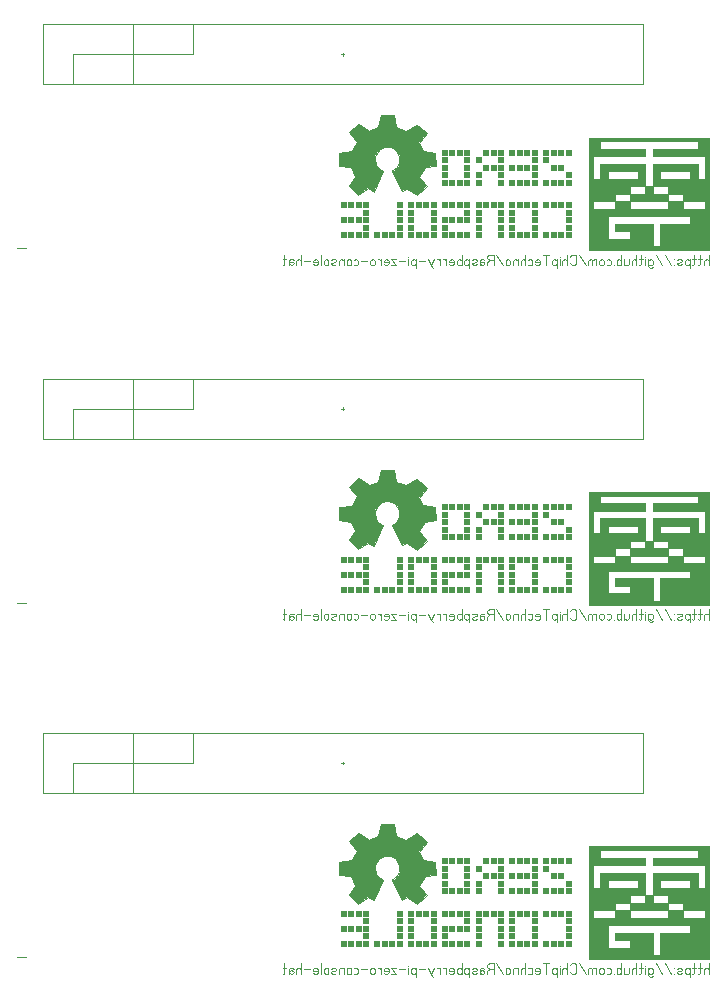
<source format=gbr>
%FSLAX34Y34*%
%MOMM*%
%LNSILK_BOTTOM_*%
G71*
G01*
%ADD10C, 0.10*%
%ADD11C, 0.00*%
%ADD12C, 0.11*%
%ADD13R, 0.50X0.50*%
%LPD*%
G54D10*
X87312Y967184D02*
X595312Y967184D01*
X595312Y916384D01*
X87312Y916384D01*
X87312Y967184D01*
G54D10*
X340122Y941784D02*
X342503Y941784D01*
G54D10*
X341312Y942975D02*
X341312Y940594D01*
G54D11*
X73430Y777434D02*
X65890Y777434D01*
G54D10*
X163512Y967184D02*
X163512Y941784D01*
X214312Y941784D01*
X214312Y967184D01*
G54D10*
X163512Y916384D02*
X163512Y941784D01*
X112712Y941784D01*
X112712Y916384D01*
G54D12*
X651669Y763191D02*
X651669Y772080D01*
G54D12*
X651669Y766746D02*
X651002Y767857D01*
X649669Y768191D01*
X648335Y767857D01*
X647669Y766746D01*
X647669Y763191D01*
G54D12*
X643891Y772080D02*
X643891Y763746D01*
X643225Y763191D01*
X642558Y763413D01*
G54D12*
X645225Y768191D02*
X642558Y768191D01*
G54D12*
X638780Y772080D02*
X638780Y763746D01*
X638114Y763191D01*
X637447Y763413D01*
G54D12*
X640114Y768191D02*
X637447Y768191D01*
G54D12*
X635003Y768191D02*
X635003Y760968D01*
G54D12*
X635003Y764857D02*
X634336Y763413D01*
X633003Y763191D01*
X631669Y763413D01*
X631003Y764524D01*
X631003Y766746D01*
X631669Y767857D01*
X633003Y768191D01*
X634336Y767857D01*
X635003Y766524D01*
G54D12*
X628559Y763746D02*
X627225Y763191D01*
X625892Y763191D01*
X624559Y763746D01*
X624559Y764857D01*
X625225Y765413D01*
X627892Y765968D01*
X628559Y766524D01*
X628559Y767635D01*
X627225Y768191D01*
X625892Y768191D01*
X624559Y767635D01*
G54D12*
X622115Y763191D02*
X622115Y763191D01*
G54D12*
X622115Y768191D02*
X622115Y768191D01*
G54D12*
X619671Y763191D02*
X614337Y772080D01*
G54D12*
X611894Y763191D02*
X606560Y772080D01*
G54D12*
X604117Y761524D02*
X602783Y760968D01*
X601850Y760968D01*
X600517Y761524D01*
X600117Y762635D01*
X600117Y768191D01*
G54D12*
X600117Y766746D02*
X600783Y767857D01*
X602117Y768191D01*
X603450Y767857D01*
X604117Y766746D01*
X604117Y764524D01*
X603450Y763413D01*
X602117Y763191D01*
X600783Y763413D01*
X600117Y764524D01*
G54D12*
X597673Y763191D02*
X597673Y768191D01*
G54D12*
X597673Y769857D02*
X597673Y769857D01*
G54D12*
X593895Y772080D02*
X593895Y763746D01*
X593229Y763191D01*
X592562Y763413D01*
G54D12*
X595229Y768191D02*
X592562Y768191D01*
G54D12*
X590118Y763191D02*
X590118Y772080D01*
G54D12*
X590118Y766746D02*
X589451Y767857D01*
X588118Y768191D01*
X586784Y767857D01*
X586118Y766746D01*
X586118Y763191D01*
G54D12*
X579674Y768191D02*
X579674Y763191D01*
G54D12*
X579674Y764302D02*
X580340Y763413D01*
X581674Y763191D01*
X583007Y763413D01*
X583674Y764302D01*
X583674Y768191D01*
G54D12*
X577230Y763191D02*
X577230Y772080D01*
G54D12*
X577230Y766746D02*
X576563Y767857D01*
X575230Y768191D01*
X573896Y767857D01*
X573230Y766746D01*
X573230Y764524D01*
X573896Y763413D01*
X575230Y763191D01*
X576563Y763413D01*
X577230Y764524D01*
G54D12*
X570786Y763191D02*
X570786Y763191D01*
G54D12*
X565008Y767857D02*
X566342Y768191D01*
X567675Y767857D01*
X568342Y766746D01*
X568342Y764524D01*
X567675Y763413D01*
X566342Y763191D01*
X565008Y763413D01*
G54D12*
X558565Y764524D02*
X558565Y766746D01*
X559231Y767857D01*
X560565Y768191D01*
X561898Y767857D01*
X562565Y766746D01*
X562565Y764524D01*
X561898Y763413D01*
X560565Y763191D01*
X559231Y763413D01*
X558565Y764524D01*
G54D12*
X556121Y763191D02*
X556121Y768191D01*
G54D12*
X556121Y767302D02*
X554787Y768191D01*
X553454Y767857D01*
X552787Y767080D01*
X552787Y763191D01*
G54D12*
X552787Y767302D02*
X551454Y768191D01*
X550121Y767857D01*
X549454Y767080D01*
X549454Y763191D01*
G54D12*
X547010Y763191D02*
X541676Y772080D01*
G54D12*
X533899Y764857D02*
X534566Y763746D01*
X535899Y763191D01*
X537233Y763191D01*
X538566Y763746D01*
X539233Y764857D01*
X539233Y770413D01*
X538566Y771524D01*
X537233Y772080D01*
X535899Y772080D01*
X534566Y771524D01*
X533899Y770413D01*
G54D12*
X531456Y763191D02*
X531456Y772080D01*
G54D12*
X531456Y766746D02*
X530789Y767857D01*
X529456Y768191D01*
X528122Y767857D01*
X527456Y766746D01*
X527456Y763191D01*
G54D12*
X525012Y763191D02*
X525012Y768191D01*
G54D12*
X525012Y769857D02*
X525012Y769857D01*
G54D12*
X522568Y768191D02*
X522568Y760968D01*
G54D12*
X522568Y764857D02*
X521901Y763413D01*
X520568Y763191D01*
X519234Y763413D01*
X518568Y764524D01*
X518568Y766746D01*
X519234Y767857D01*
X520568Y768191D01*
X521901Y767857D01*
X522568Y766524D01*
G54D12*
X513457Y763191D02*
X513457Y772080D01*
G54D12*
X516124Y772080D02*
X510790Y772080D01*
G54D12*
X504347Y763746D02*
X505413Y763191D01*
X506747Y763191D01*
X508080Y763746D01*
X508347Y764857D01*
X508347Y766746D01*
X507680Y767857D01*
X506347Y768191D01*
X505013Y767857D01*
X504347Y767080D01*
X504347Y765968D01*
X508347Y765968D01*
G54D12*
X498569Y767857D02*
X499903Y768191D01*
X501236Y767857D01*
X501903Y766746D01*
X501903Y764524D01*
X501236Y763413D01*
X499903Y763191D01*
X498569Y763413D01*
G54D12*
X496126Y763191D02*
X496126Y772080D01*
G54D12*
X496126Y766746D02*
X495459Y767857D01*
X494126Y768191D01*
X492792Y767857D01*
X492126Y766746D01*
X492126Y763191D01*
G54D12*
X489682Y763191D02*
X489682Y768191D01*
G54D12*
X489682Y767080D02*
X489015Y767857D01*
X487682Y768191D01*
X486348Y767857D01*
X485682Y767080D01*
X485682Y763191D01*
G54D12*
X479238Y764524D02*
X479238Y766746D01*
X479904Y767857D01*
X481238Y768191D01*
X482571Y767857D01*
X483238Y766746D01*
X483238Y764524D01*
X482571Y763413D01*
X481238Y763191D01*
X479904Y763413D01*
X479238Y764524D01*
G54D12*
X476794Y763191D02*
X471460Y772080D01*
G54D12*
X466440Y767635D02*
X464440Y766524D01*
X463773Y765413D01*
X463773Y763191D01*
G54D12*
X469106Y763191D02*
X469106Y772080D01*
X465773Y772080D01*
X464440Y771524D01*
X463773Y770413D01*
X463773Y769302D01*
X464440Y768191D01*
X465773Y767635D01*
X469106Y767635D01*
G54D12*
X461329Y767635D02*
X459996Y768191D01*
X458396Y768191D01*
X457329Y767080D01*
X457329Y763191D01*
G54D12*
X457329Y764857D02*
X457996Y765968D01*
X459329Y766191D01*
X460663Y765968D01*
X461329Y764857D01*
X461063Y763746D01*
X459996Y763191D01*
X459329Y763191D01*
X459063Y763191D01*
X457996Y763746D01*
X457329Y764857D01*
G54D12*
X454885Y763746D02*
X453552Y763191D01*
X452219Y763191D01*
X450885Y763746D01*
X450885Y764857D01*
X451552Y765413D01*
X454219Y765968D01*
X454885Y766524D01*
X454885Y767635D01*
X453552Y768191D01*
X452219Y768191D01*
X450885Y767635D01*
G54D12*
X448441Y768191D02*
X448441Y760968D01*
G54D12*
X448441Y764857D02*
X447775Y763413D01*
X446441Y763191D01*
X445108Y763413D01*
X444441Y764524D01*
X444441Y766746D01*
X445108Y767857D01*
X446441Y768191D01*
X447775Y767857D01*
X448441Y766524D01*
G54D12*
X441997Y763191D02*
X441997Y772080D01*
G54D12*
X441997Y766746D02*
X441331Y767857D01*
X439997Y768191D01*
X438664Y767857D01*
X437997Y766746D01*
X437997Y764524D01*
X438664Y763413D01*
X439997Y763191D01*
X441331Y763413D01*
X441997Y764524D01*
G54D12*
X431553Y763746D02*
X432620Y763191D01*
X433953Y763191D01*
X435287Y763746D01*
X435553Y764857D01*
X435553Y766746D01*
X434887Y767857D01*
X433553Y768191D01*
X432220Y767857D01*
X431553Y767080D01*
X431553Y765968D01*
X435553Y765968D01*
G54D12*
X429109Y763191D02*
X429109Y768191D01*
G54D12*
X429109Y767080D02*
X427776Y768191D01*
X426443Y768191D01*
G54D12*
X423998Y763191D02*
X423998Y768191D01*
G54D12*
X423998Y767080D02*
X422665Y768191D01*
X421332Y768191D01*
G54D12*
X418887Y768191D02*
X416221Y763191D01*
X413554Y768191D01*
G54D12*
X416221Y763191D02*
X416887Y761524D01*
X417554Y760968D01*
X418221Y760968D01*
G54D12*
X411110Y767080D02*
X405777Y767080D01*
G54D12*
X403333Y768191D02*
X403333Y760968D01*
G54D12*
X403333Y764857D02*
X402667Y763413D01*
X401333Y763191D01*
X400000Y763413D01*
X399333Y764524D01*
X399333Y766746D01*
X400000Y767857D01*
X401333Y768191D01*
X402667Y767857D01*
X403333Y766524D01*
G54D12*
X396889Y763191D02*
X396889Y768191D01*
G54D12*
X396889Y769857D02*
X396889Y769857D01*
G54D12*
X394445Y767080D02*
X389112Y767080D01*
G54D12*
X386668Y768191D02*
X382668Y768191D01*
X386668Y763191D01*
X382668Y763191D01*
G54D12*
X376224Y763746D02*
X377291Y763191D01*
X378624Y763191D01*
X379958Y763746D01*
X380224Y764857D01*
X380224Y766746D01*
X379558Y767857D01*
X378224Y768191D01*
X376891Y767857D01*
X376224Y767080D01*
X376224Y765968D01*
X380224Y765968D01*
G54D12*
X373780Y763191D02*
X373780Y768191D01*
G54D12*
X373780Y767080D02*
X372447Y768191D01*
X371114Y768191D01*
G54D12*
X364669Y764524D02*
X364669Y766746D01*
X365336Y767857D01*
X366669Y768191D01*
X368003Y767857D01*
X368669Y766746D01*
X368669Y764524D01*
X368003Y763413D01*
X366669Y763191D01*
X365336Y763413D01*
X364669Y764524D01*
G54D12*
X362225Y767080D02*
X356892Y767080D01*
G54D12*
X351115Y767857D02*
X352448Y768191D01*
X353782Y767857D01*
X354448Y766746D01*
X354448Y764524D01*
X353782Y763413D01*
X352448Y763191D01*
X351115Y763413D01*
G54D12*
X344671Y764524D02*
X344671Y766746D01*
X345338Y767857D01*
X346671Y768191D01*
X348005Y767857D01*
X348671Y766746D01*
X348671Y764524D01*
X348005Y763413D01*
X346671Y763191D01*
X345338Y763413D01*
X344671Y764524D01*
G54D12*
X342227Y763191D02*
X342227Y768191D01*
G54D12*
X342227Y767080D02*
X341561Y767857D01*
X340227Y768191D01*
X338894Y767857D01*
X338227Y767080D01*
X338227Y763191D01*
G54D12*
X335783Y763746D02*
X334450Y763191D01*
X333117Y763191D01*
X331783Y763746D01*
X331783Y764857D01*
X332450Y765413D01*
X335117Y765968D01*
X335783Y766524D01*
X335783Y767635D01*
X334450Y768191D01*
X333117Y768191D01*
X331783Y767635D01*
G54D12*
X325339Y764524D02*
X325339Y766746D01*
X326006Y767857D01*
X327339Y768191D01*
X328673Y767857D01*
X329339Y766746D01*
X329339Y764524D01*
X328673Y763413D01*
X327339Y763191D01*
X326006Y763413D01*
X325339Y764524D01*
G54D12*
X322895Y763191D02*
X322895Y772080D01*
G54D12*
X316451Y763746D02*
X317518Y763191D01*
X318851Y763191D01*
X320185Y763746D01*
X320451Y764857D01*
X320451Y766746D01*
X319785Y767857D01*
X318451Y768191D01*
X317118Y767857D01*
X316451Y767080D01*
X316451Y765968D01*
X320451Y765968D01*
G54D12*
X314007Y767080D02*
X308674Y767080D01*
G54D12*
X306230Y763191D02*
X306230Y772080D01*
G54D12*
X306230Y766746D02*
X305564Y767857D01*
X304230Y768191D01*
X302897Y767857D01*
X302230Y766746D01*
X302230Y763191D01*
G54D12*
X299786Y767635D02*
X298453Y768191D01*
X296853Y768191D01*
X295786Y767080D01*
X295786Y763191D01*
G54D12*
X295786Y764857D02*
X296453Y765968D01*
X297786Y766191D01*
X299120Y765968D01*
X299786Y764857D01*
X299520Y763746D01*
X298453Y763191D01*
X297786Y763191D01*
X297520Y763191D01*
X296453Y763746D01*
X295786Y764857D01*
G54D12*
X292009Y772080D02*
X292009Y763746D01*
X291342Y763191D01*
X290676Y763413D01*
G54D12*
X293342Y768191D02*
X290676Y768191D01*
G36*
X651669Y871141D02*
X550069Y871141D01*
X550069Y855266D01*
X597694Y855266D01*
X597694Y861616D01*
X559594Y861616D01*
X559594Y867966D01*
X642144Y867966D01*
X642144Y861616D01*
X604044Y861616D01*
X604044Y855266D01*
X648494Y855266D01*
X648494Y836216D01*
X604044Y836216D01*
X604044Y829866D01*
X616744Y829866D01*
X616744Y823516D01*
X629444Y823516D01*
X629444Y817166D01*
X648494Y817166D01*
X648494Y810816D01*
X550069Y810816D01*
X550069Y804466D01*
X635794Y804466D01*
X635794Y798116D01*
X610394Y798116D01*
X610394Y779066D01*
X550069Y779066D01*
X550069Y775891D01*
X651669Y775891D01*
X651669Y871141D01*
G37*
G54D10*
X651669Y871141D02*
X550069Y871141D01*
X550069Y855266D01*
X597694Y855266D01*
X597694Y861616D01*
X559594Y861616D01*
X559594Y867966D01*
X642144Y867966D01*
X642144Y861616D01*
X604044Y861616D01*
X604044Y855266D01*
X648494Y855266D01*
X648494Y836216D01*
X604044Y836216D01*
X604044Y829866D01*
X616744Y829866D01*
X616744Y823516D01*
X629444Y823516D01*
X629444Y817166D01*
X648494Y817166D01*
X648494Y810816D01*
X550069Y810816D01*
X550069Y804466D01*
X635794Y804466D01*
X635794Y798116D01*
X610394Y798116D01*
X610394Y779066D01*
X550069Y779066D01*
X550069Y775891D01*
X651669Y775891D01*
X651669Y871141D01*
G36*
X642144Y848916D02*
X604044Y848916D01*
X604044Y836216D01*
X610394Y836216D01*
X610394Y842566D01*
X635794Y842566D01*
X635794Y836216D01*
X642144Y836216D01*
X642144Y848916D01*
G37*
G54D10*
X642144Y848916D02*
X604044Y848916D01*
X604044Y836216D01*
X610394Y836216D01*
X610394Y842566D01*
X635794Y842566D01*
X635794Y836216D01*
X642144Y836216D01*
X642144Y848916D01*
G36*
X597694Y848916D02*
X559594Y848916D01*
X559594Y817166D01*
X565944Y817166D01*
X565944Y842566D01*
X591344Y842566D01*
X591344Y829866D01*
X597694Y829866D01*
X597694Y848916D01*
G37*
G54D10*
X597694Y848916D02*
X559594Y848916D01*
X559594Y817166D01*
X565944Y817166D01*
X565944Y842566D01*
X591344Y842566D01*
X591344Y829866D01*
X597694Y829866D01*
X597694Y848916D01*
G36*
X553244Y855266D02*
X550069Y855266D01*
X550069Y810816D01*
X553244Y810816D01*
X553244Y817166D01*
X559594Y817166D01*
X559594Y836216D01*
X553244Y836216D01*
X553244Y855266D01*
G37*
G54D10*
X553244Y855266D02*
X550069Y855266D01*
X550069Y810816D01*
X553244Y810816D01*
X553244Y817166D01*
X559594Y817166D01*
X559594Y836216D01*
X553244Y836216D01*
X553244Y855266D01*
G36*
X629444Y817166D02*
X616744Y817166D01*
X616744Y810816D01*
X629444Y810816D01*
X629444Y817166D01*
G37*
G54D10*
X629444Y817166D02*
X616744Y817166D01*
X616744Y810816D01*
X629444Y810816D01*
X629444Y817166D01*
G36*
X616744Y823516D02*
X604044Y823516D01*
X604044Y829866D01*
X597694Y829866D01*
X597694Y823516D01*
X584994Y823516D01*
X584994Y817166D01*
X616744Y817166D01*
X616744Y823516D01*
G37*
G54D10*
X616744Y823516D02*
X604044Y823516D01*
X604044Y829866D01*
X597694Y829866D01*
X597694Y823516D01*
X584994Y823516D01*
X584994Y817166D01*
X616744Y817166D01*
X616744Y823516D01*
G36*
X584994Y817166D02*
X572294Y817166D01*
X572294Y810816D01*
X584994Y810816D01*
X584994Y817166D01*
G37*
G54D10*
X584994Y817166D02*
X572294Y817166D01*
X572294Y810816D01*
X584994Y810816D01*
X584994Y817166D01*
G36*
X591344Y836216D02*
X565944Y836216D01*
X565944Y817166D01*
X572294Y817166D01*
X572294Y823516D01*
X584994Y823516D01*
X584994Y829866D01*
X591344Y829866D01*
X591344Y836216D01*
G37*
G54D10*
X591344Y836216D02*
X565944Y836216D01*
X565944Y817166D01*
X572294Y817166D01*
X572294Y823516D01*
X584994Y823516D01*
X584994Y829866D01*
X591344Y829866D01*
X591344Y836216D01*
G36*
X604044Y798116D02*
X572294Y798116D01*
X572294Y791766D01*
X584994Y791766D01*
X584994Y785416D01*
X565944Y785416D01*
X565944Y804466D01*
X550069Y804466D01*
X550069Y779066D01*
X604044Y779066D01*
X604044Y798116D01*
G37*
G54D10*
X604044Y798116D02*
X572294Y798116D01*
X572294Y791766D01*
X584994Y791766D01*
X584994Y785416D01*
X565944Y785416D01*
X565944Y804466D01*
X550069Y804466D01*
X550069Y779066D01*
X604044Y779066D01*
X604044Y798116D01*
X532606Y858441D02*
G54D13*
D03*
X526256Y858441D02*
G54D13*
D03*
X519906Y858441D02*
G54D13*
D03*
X513556Y858441D02*
G54D13*
D03*
X513556Y852091D02*
G54D13*
D03*
X519906Y845741D02*
G54D13*
D03*
X526256Y845741D02*
G54D13*
D03*
X532606Y839391D02*
G54D13*
D03*
X532606Y833041D02*
G54D13*
D03*
X526256Y833041D02*
G54D13*
D03*
X519906Y833041D02*
G54D13*
D03*
X513556Y833041D02*
G54D13*
D03*
X504031Y858441D02*
G54D13*
D03*
X504031Y852091D02*
G54D13*
D03*
X504031Y845741D02*
G54D13*
D03*
X497681Y858441D02*
G54D13*
D03*
X491331Y858441D02*
G54D13*
D03*
X484981Y858441D02*
G54D13*
D03*
X497681Y845741D02*
G54D13*
D03*
X491331Y845741D02*
G54D13*
D03*
X484981Y845741D02*
G54D13*
D03*
X504031Y839391D02*
G54D13*
D03*
X504031Y833041D02*
G54D13*
D03*
X497681Y833041D02*
G54D13*
D03*
X491331Y833041D02*
G54D13*
D03*
X484981Y833041D02*
G54D13*
D03*
X475456Y833041D02*
G54D13*
D03*
X475456Y839391D02*
G54D13*
D03*
X475456Y845741D02*
G54D13*
D03*
X475456Y852091D02*
G54D13*
D03*
X475456Y858441D02*
G54D13*
D03*
X469106Y858441D02*
G54D13*
D03*
X462756Y858441D02*
G54D13*
D03*
X456406Y852091D02*
G54D13*
D03*
X462756Y845741D02*
G54D13*
D03*
X469106Y845741D02*
G54D13*
D03*
X456406Y839391D02*
G54D13*
D03*
X456406Y833041D02*
G54D13*
D03*
X446881Y852091D02*
G54D13*
D03*
X446881Y845741D02*
G54D13*
D03*
X446881Y839391D02*
G54D13*
D03*
X440531Y833041D02*
G54D13*
D03*
X434181Y833041D02*
G54D13*
D03*
X427831Y839391D02*
G54D13*
D03*
X427831Y845741D02*
G54D13*
D03*
X427831Y852091D02*
G54D13*
D03*
X434181Y858441D02*
G54D13*
D03*
X440531Y858441D02*
G54D13*
D03*
X446881Y858441D02*
G54D13*
D03*
X446881Y833041D02*
G54D13*
D03*
X427831Y858441D02*
G54D13*
D03*
X427831Y833041D02*
G54D13*
D03*
X532606Y807641D02*
G54D13*
D03*
X532606Y801291D02*
G54D13*
D03*
X532606Y794941D02*
G54D13*
D03*
X526256Y788591D02*
G54D13*
D03*
X519906Y788591D02*
G54D13*
D03*
X513556Y788591D02*
G54D13*
D03*
X526256Y813991D02*
G54D13*
D03*
X519906Y813991D02*
G54D13*
D03*
X513556Y813991D02*
G54D13*
D03*
X504031Y807641D02*
G54D13*
D03*
X504031Y801291D02*
G54D13*
D03*
X504031Y813991D02*
G54D13*
D03*
X497681Y813991D02*
G54D13*
D03*
X491331Y813991D02*
G54D13*
D03*
X484981Y813991D02*
G54D13*
D03*
X484981Y807641D02*
G54D13*
D03*
X484981Y801291D02*
G54D13*
D03*
X484981Y794941D02*
G54D13*
D03*
X484981Y788591D02*
G54D13*
D03*
X504031Y788591D02*
G54D13*
D03*
X504031Y794941D02*
G54D13*
D03*
X497681Y788591D02*
G54D13*
D03*
X491331Y788591D02*
G54D13*
D03*
X532606Y813991D02*
G54D13*
D03*
X532606Y788591D02*
G54D13*
D03*
X475456Y788591D02*
G54D13*
D03*
X475456Y794941D02*
G54D13*
D03*
X475456Y801291D02*
G54D13*
D03*
X475456Y807641D02*
G54D13*
D03*
X475456Y813991D02*
G54D13*
D03*
X469106Y813991D02*
G54D13*
D03*
X462756Y813991D02*
G54D13*
D03*
X456406Y807641D02*
G54D13*
D03*
X456406Y801291D02*
G54D13*
D03*
X456406Y794941D02*
G54D13*
D03*
X456406Y788591D02*
G54D13*
D03*
X446881Y807641D02*
G54D13*
D03*
X446881Y813991D02*
G54D13*
D03*
X440531Y813991D02*
G54D13*
D03*
X434181Y813991D02*
G54D13*
D03*
X427831Y813991D02*
G54D13*
D03*
X446881Y788591D02*
G54D13*
D03*
X440531Y788591D02*
G54D13*
D03*
X434181Y788591D02*
G54D13*
D03*
X427831Y788591D02*
G54D13*
D03*
X427831Y794941D02*
G54D13*
D03*
X446881Y801291D02*
G54D13*
D03*
X440531Y801291D02*
G54D13*
D03*
X434181Y801291D02*
G54D13*
D03*
X427831Y801291D02*
G54D13*
D03*
X418306Y801291D02*
G54D13*
D03*
X418306Y794941D02*
G54D13*
D03*
X418306Y788591D02*
G54D13*
D03*
X418306Y807641D02*
G54D13*
D03*
X418306Y813991D02*
G54D13*
D03*
X411956Y813991D02*
G54D13*
D03*
X405606Y813991D02*
G54D13*
D03*
X399256Y813991D02*
G54D13*
D03*
X399256Y807641D02*
G54D13*
D03*
X399256Y801291D02*
G54D13*
D03*
X399256Y794941D02*
G54D13*
D03*
X399256Y788591D02*
G54D13*
D03*
X411956Y788591D02*
G54D13*
D03*
X405606Y788591D02*
G54D13*
D03*
X456406Y813991D02*
G54D13*
D03*
X389731Y813991D02*
G54D13*
D03*
X389731Y807641D02*
G54D13*
D03*
X389731Y801291D02*
G54D13*
D03*
X389731Y794941D02*
G54D13*
D03*
X389731Y788591D02*
G54D13*
D03*
X383381Y788591D02*
G54D13*
D03*
X377031Y788591D02*
G54D13*
D03*
X370681Y788591D02*
G54D13*
D03*
X361156Y788591D02*
G54D13*
D03*
X361156Y794941D02*
G54D13*
D03*
X361156Y801291D02*
G54D13*
D03*
X361156Y807641D02*
G54D13*
D03*
X361156Y813991D02*
G54D13*
D03*
X354806Y788591D02*
G54D13*
D03*
X348456Y788591D02*
G54D13*
D03*
X342106Y788591D02*
G54D13*
D03*
X354806Y801291D02*
G54D13*
D03*
X348456Y801291D02*
G54D13*
D03*
X342106Y801291D02*
G54D13*
D03*
X354806Y813991D02*
G54D13*
D03*
X348456Y813991D02*
G54D13*
D03*
X342106Y813991D02*
G54D13*
D03*
G54D10*
X384969Y890191D02*
X373856Y890191D01*
X371475Y879872D01*
X363934Y876697D01*
X354806Y882650D01*
X346869Y875506D01*
X353219Y867569D01*
X349647Y859631D01*
X338534Y858044D01*
X338534Y847328D01*
X348456Y846138D01*
X352028Y837803D01*
X346869Y830262D01*
X354409Y822722D01*
X363141Y828278D01*
X367506Y825500D01*
X375047Y842169D01*
G54D10*
X383778Y842169D02*
X391319Y825897D01*
X395684Y827881D01*
X404019Y822325D01*
X412353Y829866D01*
X406400Y837803D01*
X409972Y846138D01*
X420291Y847328D01*
X419894Y858044D01*
X409178Y860028D01*
X406400Y866378D01*
X412353Y874712D01*
X404416Y882253D01*
X395288Y876697D01*
X386556Y879872D01*
X384969Y890191D01*
G54D10*
G75*
G01X383521Y842853D02*
G03X375316Y842853I-4102J9666D01*
G01*
G36*
X419894Y858044D02*
X409178Y860028D01*
X406400Y866378D01*
X412353Y874712D01*
X404416Y882253D01*
X395288Y876697D01*
X386556Y879872D01*
X384969Y890191D01*
X373856Y890191D01*
X371475Y879872D01*
X363934Y876697D01*
X354806Y882650D01*
X346869Y875506D01*
X353219Y867569D01*
X349647Y859631D01*
X338534Y858044D01*
X338534Y847328D01*
X348456Y846138D01*
X352028Y837803D01*
X346869Y830262D01*
X354409Y822722D01*
X363141Y828278D01*
X367506Y825500D01*
X375444Y842962D01*
X374253Y843359D01*
X373062Y844153D01*
X370681Y846534D01*
X369094Y849709D01*
X368697Y851694D01*
X368697Y853281D01*
X369094Y855662D01*
X370284Y858441D01*
X372666Y861219D01*
X374650Y862409D01*
X376634Y863203D01*
X379016Y863600D01*
X381397Y863203D01*
X384572Y862409D01*
X387350Y860028D01*
X390128Y856059D01*
X390128Y849709D01*
X388938Y847328D01*
X387350Y844947D01*
X384969Y842962D01*
X383381Y842962D01*
X391319Y825897D01*
X395684Y827881D01*
X404019Y822325D01*
X412353Y829866D01*
X406400Y837803D01*
X419894Y858044D01*
G37*
G54D10*
X419894Y858044D02*
X409178Y860028D01*
X406400Y866378D01*
X412353Y874712D01*
X404416Y882253D01*
X395288Y876697D01*
X386556Y879872D01*
X384969Y890191D01*
X373856Y890191D01*
X371475Y879872D01*
X363934Y876697D01*
X354806Y882650D01*
X346869Y875506D01*
X353219Y867569D01*
X349647Y859631D01*
X338534Y858044D01*
X338534Y847328D01*
X348456Y846138D01*
X352028Y837803D01*
X346869Y830262D01*
X354409Y822722D01*
X363141Y828278D01*
X367506Y825500D01*
X375444Y842962D01*
X374253Y843359D01*
X373062Y844153D01*
X370681Y846534D01*
X369094Y849709D01*
X368697Y851694D01*
X368697Y853281D01*
X369094Y855662D01*
X370284Y858441D01*
X372666Y861219D01*
X374650Y862409D01*
X376634Y863203D01*
X379016Y863600D01*
X381397Y863203D01*
X384572Y862409D01*
X387350Y860028D01*
X390128Y856059D01*
X390128Y849709D01*
X388938Y847328D01*
X387350Y844947D01*
X384969Y842962D01*
X383381Y842962D01*
X391319Y825897D01*
X395684Y827881D01*
X404019Y822325D01*
X412353Y829866D01*
X406400Y837803D01*
X419894Y858044D01*
G36*
X419894Y858044D02*
X420291Y847328D01*
X409972Y846138D01*
X419894Y858044D01*
G37*
G54D10*
X419894Y858044D02*
X420291Y847328D01*
X409972Y846138D01*
X419894Y858044D01*
G54D10*
X87312Y667147D02*
X595312Y667147D01*
X595312Y616347D01*
X87312Y616347D01*
X87312Y667147D01*
G54D10*
X340122Y641747D02*
X342503Y641747D01*
G54D10*
X341312Y642938D02*
X341312Y640556D01*
G54D11*
X73430Y477397D02*
X65890Y477397D01*
G54D10*
X163512Y667147D02*
X163512Y641747D01*
X214312Y641747D01*
X214312Y667147D01*
G54D10*
X163512Y616347D02*
X163512Y641747D01*
X112712Y641747D01*
X112712Y616347D01*
G54D12*
X651669Y463153D02*
X651669Y472042D01*
G54D12*
X651669Y466709D02*
X651002Y467820D01*
X649669Y468153D01*
X648335Y467820D01*
X647669Y466709D01*
X647669Y463153D01*
G54D12*
X643891Y472042D02*
X643891Y463709D01*
X643225Y463153D01*
X642558Y463375D01*
G54D12*
X645225Y468153D02*
X642558Y468153D01*
G54D12*
X638780Y472042D02*
X638780Y463709D01*
X638114Y463153D01*
X637447Y463375D01*
G54D12*
X640114Y468153D02*
X637447Y468153D01*
G54D12*
X635003Y468153D02*
X635003Y460931D01*
G54D12*
X635003Y464820D02*
X634336Y463375D01*
X633003Y463153D01*
X631669Y463375D01*
X631003Y464486D01*
X631003Y466709D01*
X631669Y467820D01*
X633003Y468153D01*
X634336Y467820D01*
X635003Y466486D01*
G54D12*
X628559Y463709D02*
X627225Y463153D01*
X625892Y463153D01*
X624559Y463709D01*
X624559Y464820D01*
X625225Y465375D01*
X627892Y465931D01*
X628559Y466486D01*
X628559Y467598D01*
X627225Y468153D01*
X625892Y468153D01*
X624559Y467598D01*
G54D12*
X622115Y463153D02*
X622115Y463153D01*
G54D12*
X622115Y468153D02*
X622115Y468153D01*
G54D12*
X619671Y463153D02*
X614337Y472042D01*
G54D12*
X611894Y463153D02*
X606560Y472042D01*
G54D12*
X604117Y461486D02*
X602783Y460931D01*
X601850Y460931D01*
X600517Y461486D01*
X600117Y462598D01*
X600117Y468153D01*
G54D12*
X600117Y466709D02*
X600783Y467820D01*
X602117Y468153D01*
X603450Y467820D01*
X604117Y466709D01*
X604117Y464486D01*
X603450Y463375D01*
X602117Y463153D01*
X600783Y463375D01*
X600117Y464486D01*
G54D12*
X597673Y463153D02*
X597673Y468153D01*
G54D12*
X597673Y469820D02*
X597673Y469820D01*
G54D12*
X593895Y472042D02*
X593895Y463709D01*
X593229Y463153D01*
X592562Y463375D01*
G54D12*
X595229Y468153D02*
X592562Y468153D01*
G54D12*
X590118Y463153D02*
X590118Y472042D01*
G54D12*
X590118Y466709D02*
X589451Y467820D01*
X588118Y468153D01*
X586784Y467820D01*
X586118Y466709D01*
X586118Y463153D01*
G54D12*
X579674Y468153D02*
X579674Y463153D01*
G54D12*
X579674Y464264D02*
X580340Y463375D01*
X581674Y463153D01*
X583007Y463375D01*
X583674Y464264D01*
X583674Y468153D01*
G54D12*
X577230Y463153D02*
X577230Y472042D01*
G54D12*
X577230Y466709D02*
X576563Y467820D01*
X575230Y468153D01*
X573896Y467820D01*
X573230Y466709D01*
X573230Y464486D01*
X573896Y463375D01*
X575230Y463153D01*
X576563Y463375D01*
X577230Y464486D01*
G54D12*
X570786Y463153D02*
X570786Y463153D01*
G54D12*
X565008Y467820D02*
X566342Y468153D01*
X567675Y467820D01*
X568342Y466709D01*
X568342Y464486D01*
X567675Y463375D01*
X566342Y463153D01*
X565008Y463375D01*
G54D12*
X558565Y464486D02*
X558565Y466709D01*
X559231Y467820D01*
X560565Y468153D01*
X561898Y467820D01*
X562565Y466709D01*
X562565Y464486D01*
X561898Y463375D01*
X560565Y463153D01*
X559231Y463375D01*
X558565Y464486D01*
G54D12*
X556121Y463153D02*
X556121Y468153D01*
G54D12*
X556121Y467264D02*
X554787Y468153D01*
X553454Y467820D01*
X552787Y467042D01*
X552787Y463153D01*
G54D12*
X552787Y467264D02*
X551454Y468153D01*
X550121Y467820D01*
X549454Y467042D01*
X549454Y463153D01*
G54D12*
X547010Y463153D02*
X541676Y472042D01*
G54D12*
X533899Y464820D02*
X534566Y463709D01*
X535899Y463153D01*
X537233Y463153D01*
X538566Y463709D01*
X539233Y464820D01*
X539233Y470375D01*
X538566Y471486D01*
X537233Y472042D01*
X535899Y472042D01*
X534566Y471486D01*
X533899Y470375D01*
G54D12*
X531456Y463153D02*
X531456Y472042D01*
G54D12*
X531456Y466709D02*
X530789Y467820D01*
X529456Y468153D01*
X528122Y467820D01*
X527456Y466709D01*
X527456Y463153D01*
G54D12*
X525012Y463153D02*
X525012Y468153D01*
G54D12*
X525012Y469820D02*
X525012Y469820D01*
G54D12*
X522568Y468153D02*
X522568Y460931D01*
G54D12*
X522568Y464820D02*
X521901Y463375D01*
X520568Y463153D01*
X519234Y463375D01*
X518568Y464486D01*
X518568Y466709D01*
X519234Y467820D01*
X520568Y468153D01*
X521901Y467820D01*
X522568Y466486D01*
G54D12*
X513457Y463153D02*
X513457Y472042D01*
G54D12*
X516124Y472042D02*
X510790Y472042D01*
G54D12*
X504347Y463709D02*
X505413Y463153D01*
X506747Y463153D01*
X508080Y463709D01*
X508347Y464820D01*
X508347Y466709D01*
X507680Y467820D01*
X506347Y468153D01*
X505013Y467820D01*
X504347Y467042D01*
X504347Y465931D01*
X508347Y465931D01*
G54D12*
X498569Y467820D02*
X499903Y468153D01*
X501236Y467820D01*
X501903Y466709D01*
X501903Y464486D01*
X501236Y463375D01*
X499903Y463153D01*
X498569Y463375D01*
G54D12*
X496126Y463153D02*
X496126Y472042D01*
G54D12*
X496126Y466709D02*
X495459Y467820D01*
X494126Y468153D01*
X492792Y467820D01*
X492126Y466709D01*
X492126Y463153D01*
G54D12*
X489682Y463153D02*
X489682Y468153D01*
G54D12*
X489682Y467042D02*
X489015Y467820D01*
X487682Y468153D01*
X486348Y467820D01*
X485682Y467042D01*
X485682Y463153D01*
G54D12*
X479238Y464486D02*
X479238Y466709D01*
X479904Y467820D01*
X481238Y468153D01*
X482571Y467820D01*
X483238Y466709D01*
X483238Y464486D01*
X482571Y463375D01*
X481238Y463153D01*
X479904Y463375D01*
X479238Y464486D01*
G54D12*
X476794Y463153D02*
X471460Y472042D01*
G54D12*
X466440Y467598D02*
X464440Y466486D01*
X463773Y465375D01*
X463773Y463153D01*
G54D12*
X469106Y463153D02*
X469106Y472042D01*
X465773Y472042D01*
X464440Y471486D01*
X463773Y470375D01*
X463773Y469264D01*
X464440Y468153D01*
X465773Y467598D01*
X469106Y467598D01*
G54D12*
X461329Y467598D02*
X459996Y468153D01*
X458396Y468153D01*
X457329Y467042D01*
X457329Y463153D01*
G54D12*
X457329Y464820D02*
X457996Y465931D01*
X459329Y466153D01*
X460663Y465931D01*
X461329Y464820D01*
X461063Y463709D01*
X459996Y463153D01*
X459329Y463153D01*
X459063Y463153D01*
X457996Y463709D01*
X457329Y464820D01*
G54D12*
X454885Y463709D02*
X453552Y463153D01*
X452219Y463153D01*
X450885Y463709D01*
X450885Y464820D01*
X451552Y465375D01*
X454219Y465931D01*
X454885Y466486D01*
X454885Y467598D01*
X453552Y468153D01*
X452219Y468153D01*
X450885Y467598D01*
G54D12*
X448441Y468153D02*
X448441Y460931D01*
G54D12*
X448441Y464820D02*
X447775Y463375D01*
X446441Y463153D01*
X445108Y463375D01*
X444441Y464486D01*
X444441Y466709D01*
X445108Y467820D01*
X446441Y468153D01*
X447775Y467820D01*
X448441Y466486D01*
G54D12*
X441997Y463153D02*
X441997Y472042D01*
G54D12*
X441997Y466709D02*
X441331Y467820D01*
X439997Y468153D01*
X438664Y467820D01*
X437997Y466709D01*
X437997Y464486D01*
X438664Y463375D01*
X439997Y463153D01*
X441331Y463375D01*
X441997Y464486D01*
G54D12*
X431553Y463709D02*
X432620Y463153D01*
X433953Y463153D01*
X435287Y463709D01*
X435553Y464820D01*
X435553Y466709D01*
X434887Y467820D01*
X433553Y468153D01*
X432220Y467820D01*
X431553Y467042D01*
X431553Y465931D01*
X435553Y465931D01*
G54D12*
X429109Y463153D02*
X429109Y468153D01*
G54D12*
X429109Y467042D02*
X427776Y468153D01*
X426443Y468153D01*
G54D12*
X423998Y463153D02*
X423998Y468153D01*
G54D12*
X423998Y467042D02*
X422665Y468153D01*
X421332Y468153D01*
G54D12*
X418887Y468153D02*
X416221Y463153D01*
X413554Y468153D01*
G54D12*
X416221Y463153D02*
X416887Y461486D01*
X417554Y460931D01*
X418221Y460931D01*
G54D12*
X411110Y467042D02*
X405777Y467042D01*
G54D12*
X403333Y468153D02*
X403333Y460931D01*
G54D12*
X403333Y464820D02*
X402667Y463375D01*
X401333Y463153D01*
X400000Y463375D01*
X399333Y464486D01*
X399333Y466709D01*
X400000Y467820D01*
X401333Y468153D01*
X402667Y467820D01*
X403333Y466486D01*
G54D12*
X396889Y463153D02*
X396889Y468153D01*
G54D12*
X396889Y469820D02*
X396889Y469820D01*
G54D12*
X394445Y467042D02*
X389112Y467042D01*
G54D12*
X386668Y468153D02*
X382668Y468153D01*
X386668Y463153D01*
X382668Y463153D01*
G54D12*
X376224Y463709D02*
X377291Y463153D01*
X378624Y463153D01*
X379958Y463709D01*
X380224Y464820D01*
X380224Y466709D01*
X379558Y467820D01*
X378224Y468153D01*
X376891Y467820D01*
X376224Y467042D01*
X376224Y465931D01*
X380224Y465931D01*
G54D12*
X373780Y463153D02*
X373780Y468153D01*
G54D12*
X373780Y467042D02*
X372447Y468153D01*
X371114Y468153D01*
G54D12*
X364669Y464486D02*
X364669Y466709D01*
X365336Y467820D01*
X366669Y468153D01*
X368003Y467820D01*
X368669Y466709D01*
X368669Y464486D01*
X368003Y463375D01*
X366669Y463153D01*
X365336Y463375D01*
X364669Y464486D01*
G54D12*
X362225Y467042D02*
X356892Y467042D01*
G54D12*
X351115Y467820D02*
X352448Y468153D01*
X353782Y467820D01*
X354448Y466709D01*
X354448Y464486D01*
X353782Y463375D01*
X352448Y463153D01*
X351115Y463375D01*
G54D12*
X344671Y464486D02*
X344671Y466709D01*
X345338Y467820D01*
X346671Y468153D01*
X348005Y467820D01*
X348671Y466709D01*
X348671Y464486D01*
X348005Y463375D01*
X346671Y463153D01*
X345338Y463375D01*
X344671Y464486D01*
G54D12*
X342227Y463153D02*
X342227Y468153D01*
G54D12*
X342227Y467042D02*
X341561Y467820D01*
X340227Y468153D01*
X338894Y467820D01*
X338227Y467042D01*
X338227Y463153D01*
G54D12*
X335783Y463709D02*
X334450Y463153D01*
X333117Y463153D01*
X331783Y463709D01*
X331783Y464820D01*
X332450Y465375D01*
X335117Y465931D01*
X335783Y466486D01*
X335783Y467598D01*
X334450Y468153D01*
X333117Y468153D01*
X331783Y467598D01*
G54D12*
X325339Y464486D02*
X325339Y466709D01*
X326006Y467820D01*
X327339Y468153D01*
X328673Y467820D01*
X329339Y466709D01*
X329339Y464486D01*
X328673Y463375D01*
X327339Y463153D01*
X326006Y463375D01*
X325339Y464486D01*
G54D12*
X322895Y463153D02*
X322895Y472042D01*
G54D12*
X316451Y463709D02*
X317518Y463153D01*
X318851Y463153D01*
X320185Y463709D01*
X320451Y464820D01*
X320451Y466709D01*
X319785Y467820D01*
X318451Y468153D01*
X317118Y467820D01*
X316451Y467042D01*
X316451Y465931D01*
X320451Y465931D01*
G54D12*
X314007Y467042D02*
X308674Y467042D01*
G54D12*
X306230Y463153D02*
X306230Y472042D01*
G54D12*
X306230Y466709D02*
X305564Y467820D01*
X304230Y468153D01*
X302897Y467820D01*
X302230Y466709D01*
X302230Y463153D01*
G54D12*
X299786Y467598D02*
X298453Y468153D01*
X296853Y468153D01*
X295786Y467042D01*
X295786Y463153D01*
G54D12*
X295786Y464820D02*
X296453Y465931D01*
X297786Y466153D01*
X299120Y465931D01*
X299786Y464820D01*
X299520Y463709D01*
X298453Y463153D01*
X297786Y463153D01*
X297520Y463153D01*
X296453Y463709D01*
X295786Y464820D01*
G54D12*
X292009Y472042D02*
X292009Y463709D01*
X291342Y463153D01*
X290676Y463375D01*
G54D12*
X293342Y468153D02*
X290676Y468153D01*
G36*
X651669Y571103D02*
X550069Y571103D01*
X550069Y555228D01*
X597694Y555228D01*
X597694Y561578D01*
X559594Y561578D01*
X559594Y567928D01*
X642144Y567928D01*
X642144Y561578D01*
X604044Y561578D01*
X604044Y555228D01*
X648494Y555228D01*
X648494Y536178D01*
X604044Y536178D01*
X604044Y529828D01*
X616744Y529828D01*
X616744Y523478D01*
X629444Y523478D01*
X629444Y517128D01*
X648494Y517128D01*
X648494Y510778D01*
X550069Y510778D01*
X550069Y504428D01*
X635794Y504428D01*
X635794Y498078D01*
X610394Y498078D01*
X610394Y479028D01*
X550069Y479028D01*
X550069Y475853D01*
X651669Y475853D01*
X651669Y571103D01*
G37*
G54D10*
X651669Y571103D02*
X550069Y571103D01*
X550069Y555228D01*
X597694Y555228D01*
X597694Y561578D01*
X559594Y561578D01*
X559594Y567928D01*
X642144Y567928D01*
X642144Y561578D01*
X604044Y561578D01*
X604044Y555228D01*
X648494Y555228D01*
X648494Y536178D01*
X604044Y536178D01*
X604044Y529828D01*
X616744Y529828D01*
X616744Y523478D01*
X629444Y523478D01*
X629444Y517128D01*
X648494Y517128D01*
X648494Y510778D01*
X550069Y510778D01*
X550069Y504428D01*
X635794Y504428D01*
X635794Y498078D01*
X610394Y498078D01*
X610394Y479028D01*
X550069Y479028D01*
X550069Y475853D01*
X651669Y475853D01*
X651669Y571103D01*
G36*
X642144Y548878D02*
X604044Y548878D01*
X604044Y536178D01*
X610394Y536178D01*
X610394Y542528D01*
X635794Y542528D01*
X635794Y536178D01*
X642144Y536178D01*
X642144Y548878D01*
G37*
G54D10*
X642144Y548878D02*
X604044Y548878D01*
X604044Y536178D01*
X610394Y536178D01*
X610394Y542528D01*
X635794Y542528D01*
X635794Y536178D01*
X642144Y536178D01*
X642144Y548878D01*
G36*
X597694Y548878D02*
X559594Y548878D01*
X559594Y517128D01*
X565944Y517128D01*
X565944Y542528D01*
X591344Y542528D01*
X591344Y529828D01*
X597694Y529828D01*
X597694Y548878D01*
G37*
G54D10*
X597694Y548878D02*
X559594Y548878D01*
X559594Y517128D01*
X565944Y517128D01*
X565944Y542528D01*
X591344Y542528D01*
X591344Y529828D01*
X597694Y529828D01*
X597694Y548878D01*
G36*
X553244Y555228D02*
X550069Y555228D01*
X550069Y510778D01*
X553244Y510778D01*
X553244Y517128D01*
X559594Y517128D01*
X559594Y536178D01*
X553244Y536178D01*
X553244Y555228D01*
G37*
G54D10*
X553244Y555228D02*
X550069Y555228D01*
X550069Y510778D01*
X553244Y510778D01*
X553244Y517128D01*
X559594Y517128D01*
X559594Y536178D01*
X553244Y536178D01*
X553244Y555228D01*
G36*
X629444Y517128D02*
X616744Y517128D01*
X616744Y510778D01*
X629444Y510778D01*
X629444Y517128D01*
G37*
G54D10*
X629444Y517128D02*
X616744Y517128D01*
X616744Y510778D01*
X629444Y510778D01*
X629444Y517128D01*
G36*
X616744Y523478D02*
X604044Y523478D01*
X604044Y529828D01*
X597694Y529828D01*
X597694Y523478D01*
X584994Y523478D01*
X584994Y517128D01*
X616744Y517128D01*
X616744Y523478D01*
G37*
G54D10*
X616744Y523478D02*
X604044Y523478D01*
X604044Y529828D01*
X597694Y529828D01*
X597694Y523478D01*
X584994Y523478D01*
X584994Y517128D01*
X616744Y517128D01*
X616744Y523478D01*
G36*
X584994Y517128D02*
X572294Y517128D01*
X572294Y510778D01*
X584994Y510778D01*
X584994Y517128D01*
G37*
G54D10*
X584994Y517128D02*
X572294Y517128D01*
X572294Y510778D01*
X584994Y510778D01*
X584994Y517128D01*
G36*
X591344Y536178D02*
X565944Y536178D01*
X565944Y517128D01*
X572294Y517128D01*
X572294Y523478D01*
X584994Y523478D01*
X584994Y529828D01*
X591344Y529828D01*
X591344Y536178D01*
G37*
G54D10*
X591344Y536178D02*
X565944Y536178D01*
X565944Y517128D01*
X572294Y517128D01*
X572294Y523478D01*
X584994Y523478D01*
X584994Y529828D01*
X591344Y529828D01*
X591344Y536178D01*
G36*
X604044Y498078D02*
X572294Y498078D01*
X572294Y491728D01*
X584994Y491728D01*
X584994Y485378D01*
X565944Y485378D01*
X565944Y504428D01*
X550069Y504428D01*
X550069Y479028D01*
X604044Y479028D01*
X604044Y498078D01*
G37*
G54D10*
X604044Y498078D02*
X572294Y498078D01*
X572294Y491728D01*
X584994Y491728D01*
X584994Y485378D01*
X565944Y485378D01*
X565944Y504428D01*
X550069Y504428D01*
X550069Y479028D01*
X604044Y479028D01*
X604044Y498078D01*
X532606Y558403D02*
G54D13*
D03*
X526256Y558403D02*
G54D13*
D03*
X519906Y558403D02*
G54D13*
D03*
X513556Y558403D02*
G54D13*
D03*
X513556Y552053D02*
G54D13*
D03*
X519906Y545703D02*
G54D13*
D03*
X526256Y545703D02*
G54D13*
D03*
X532606Y539353D02*
G54D13*
D03*
X532606Y533003D02*
G54D13*
D03*
X526256Y533003D02*
G54D13*
D03*
X519906Y533003D02*
G54D13*
D03*
X513556Y533003D02*
G54D13*
D03*
X504031Y558403D02*
G54D13*
D03*
X504031Y552053D02*
G54D13*
D03*
X504031Y545703D02*
G54D13*
D03*
X497681Y558403D02*
G54D13*
D03*
X491331Y558403D02*
G54D13*
D03*
X484981Y558403D02*
G54D13*
D03*
X497681Y545703D02*
G54D13*
D03*
X491331Y545703D02*
G54D13*
D03*
X484981Y545703D02*
G54D13*
D03*
X504031Y539353D02*
G54D13*
D03*
X504031Y533003D02*
G54D13*
D03*
X497681Y533003D02*
G54D13*
D03*
X491331Y533003D02*
G54D13*
D03*
X484981Y533003D02*
G54D13*
D03*
X475456Y533003D02*
G54D13*
D03*
X475456Y539353D02*
G54D13*
D03*
X475456Y545703D02*
G54D13*
D03*
X475456Y552053D02*
G54D13*
D03*
X475456Y558403D02*
G54D13*
D03*
X469106Y558403D02*
G54D13*
D03*
X462756Y558403D02*
G54D13*
D03*
X456406Y552053D02*
G54D13*
D03*
X462756Y545703D02*
G54D13*
D03*
X469106Y545703D02*
G54D13*
D03*
X456406Y539353D02*
G54D13*
D03*
X456406Y533003D02*
G54D13*
D03*
X446881Y552053D02*
G54D13*
D03*
X446881Y545703D02*
G54D13*
D03*
X446881Y539353D02*
G54D13*
D03*
X440531Y533003D02*
G54D13*
D03*
X434181Y533003D02*
G54D13*
D03*
X427831Y539353D02*
G54D13*
D03*
X427831Y545703D02*
G54D13*
D03*
X427831Y552053D02*
G54D13*
D03*
X434181Y558403D02*
G54D13*
D03*
X440531Y558403D02*
G54D13*
D03*
X446881Y558403D02*
G54D13*
D03*
X446881Y533003D02*
G54D13*
D03*
X427831Y558403D02*
G54D13*
D03*
X427831Y533003D02*
G54D13*
D03*
X532606Y507603D02*
G54D13*
D03*
X532606Y501253D02*
G54D13*
D03*
X532606Y494903D02*
G54D13*
D03*
X526256Y488553D02*
G54D13*
D03*
X519906Y488553D02*
G54D13*
D03*
X513556Y488553D02*
G54D13*
D03*
X526256Y513953D02*
G54D13*
D03*
X519906Y513953D02*
G54D13*
D03*
X513556Y513953D02*
G54D13*
D03*
X504031Y507603D02*
G54D13*
D03*
X504031Y501253D02*
G54D13*
D03*
X504031Y513953D02*
G54D13*
D03*
X497681Y513953D02*
G54D13*
D03*
X491331Y513953D02*
G54D13*
D03*
X484981Y513953D02*
G54D13*
D03*
X484981Y507603D02*
G54D13*
D03*
X484981Y501253D02*
G54D13*
D03*
X484981Y494903D02*
G54D13*
D03*
X484981Y488553D02*
G54D13*
D03*
X504031Y488553D02*
G54D13*
D03*
X504031Y494903D02*
G54D13*
D03*
X497681Y488553D02*
G54D13*
D03*
X491331Y488553D02*
G54D13*
D03*
X532606Y513953D02*
G54D13*
D03*
X532606Y488553D02*
G54D13*
D03*
X475456Y488553D02*
G54D13*
D03*
X475456Y494903D02*
G54D13*
D03*
X475456Y501253D02*
G54D13*
D03*
X475456Y507603D02*
G54D13*
D03*
X475456Y513953D02*
G54D13*
D03*
X469106Y513953D02*
G54D13*
D03*
X462756Y513953D02*
G54D13*
D03*
X456406Y507603D02*
G54D13*
D03*
X456406Y501253D02*
G54D13*
D03*
X456406Y494903D02*
G54D13*
D03*
X456406Y488553D02*
G54D13*
D03*
X446881Y507603D02*
G54D13*
D03*
X446881Y513953D02*
G54D13*
D03*
X440531Y513953D02*
G54D13*
D03*
X434181Y513953D02*
G54D13*
D03*
X427831Y513953D02*
G54D13*
D03*
X446881Y488553D02*
G54D13*
D03*
X440531Y488553D02*
G54D13*
D03*
X434181Y488553D02*
G54D13*
D03*
X427831Y488553D02*
G54D13*
D03*
X427831Y494903D02*
G54D13*
D03*
X446881Y501253D02*
G54D13*
D03*
X440531Y501253D02*
G54D13*
D03*
X434181Y501253D02*
G54D13*
D03*
X427831Y501253D02*
G54D13*
D03*
X418306Y501253D02*
G54D13*
D03*
X418306Y494903D02*
G54D13*
D03*
X418306Y488553D02*
G54D13*
D03*
X418306Y507603D02*
G54D13*
D03*
X418306Y513953D02*
G54D13*
D03*
X411956Y513953D02*
G54D13*
D03*
X405606Y513953D02*
G54D13*
D03*
X399256Y513953D02*
G54D13*
D03*
X399256Y507603D02*
G54D13*
D03*
X399256Y501253D02*
G54D13*
D03*
X399256Y494903D02*
G54D13*
D03*
X399256Y488553D02*
G54D13*
D03*
X411956Y488553D02*
G54D13*
D03*
X405606Y488553D02*
G54D13*
D03*
X456406Y513953D02*
G54D13*
D03*
X389731Y513953D02*
G54D13*
D03*
X389731Y507603D02*
G54D13*
D03*
X389731Y501253D02*
G54D13*
D03*
X389731Y494903D02*
G54D13*
D03*
X389731Y488553D02*
G54D13*
D03*
X383381Y488553D02*
G54D13*
D03*
X377031Y488553D02*
G54D13*
D03*
X370681Y488553D02*
G54D13*
D03*
X361156Y488553D02*
G54D13*
D03*
X361156Y494903D02*
G54D13*
D03*
X361156Y501253D02*
G54D13*
D03*
X361156Y507603D02*
G54D13*
D03*
X361156Y513953D02*
G54D13*
D03*
X354806Y488553D02*
G54D13*
D03*
X348456Y488553D02*
G54D13*
D03*
X342106Y488553D02*
G54D13*
D03*
X354806Y501253D02*
G54D13*
D03*
X348456Y501253D02*
G54D13*
D03*
X342106Y501253D02*
G54D13*
D03*
X354806Y513953D02*
G54D13*
D03*
X348456Y513953D02*
G54D13*
D03*
X342106Y513953D02*
G54D13*
D03*
G54D10*
X384969Y590153D02*
X373856Y590153D01*
X371475Y579834D01*
X363934Y576659D01*
X354806Y582612D01*
X346869Y575469D01*
X353219Y567531D01*
X349647Y559594D01*
X338534Y558006D01*
X338534Y547291D01*
X348456Y546100D01*
X352028Y537766D01*
X346869Y530225D01*
X354409Y522684D01*
X363141Y528241D01*
X367506Y525462D01*
X375047Y542131D01*
G54D10*
X383778Y542131D02*
X391319Y525859D01*
X395684Y527844D01*
X404019Y522288D01*
X412353Y529828D01*
X406400Y537766D01*
X409972Y546100D01*
X420291Y547291D01*
X419894Y558006D01*
X409178Y559991D01*
X406400Y566341D01*
X412353Y574675D01*
X404416Y582216D01*
X395288Y576659D01*
X386556Y579834D01*
X384969Y590153D01*
G54D10*
G75*
G01X383521Y542816D02*
G03X375316Y542816I-4102J9665D01*
G01*
G36*
X419894Y558006D02*
X409178Y559991D01*
X406400Y566341D01*
X412353Y574675D01*
X404416Y582216D01*
X395288Y576659D01*
X386556Y579834D01*
X384969Y590153D01*
X373856Y590153D01*
X371475Y579834D01*
X363934Y576659D01*
X354806Y582612D01*
X346869Y575469D01*
X353219Y567531D01*
X349647Y559594D01*
X338534Y558006D01*
X338534Y547291D01*
X348456Y546100D01*
X352028Y537766D01*
X346869Y530225D01*
X354409Y522684D01*
X363141Y528241D01*
X367506Y525462D01*
X375444Y542925D01*
X374253Y543322D01*
X373062Y544116D01*
X370681Y546497D01*
X369094Y549672D01*
X368697Y551656D01*
X368697Y553244D01*
X369094Y555625D01*
X370284Y558403D01*
X372666Y561181D01*
X374650Y562372D01*
X376634Y563166D01*
X379016Y563562D01*
X381397Y563166D01*
X384572Y562372D01*
X387350Y559991D01*
X390128Y556022D01*
X390128Y549672D01*
X388938Y547291D01*
X387350Y544909D01*
X384969Y542925D01*
X383381Y542925D01*
X391319Y525859D01*
X395684Y527844D01*
X404019Y522288D01*
X412353Y529828D01*
X406400Y537766D01*
X419894Y558006D01*
G37*
G54D10*
X419894Y558006D02*
X409178Y559991D01*
X406400Y566341D01*
X412353Y574675D01*
X404416Y582216D01*
X395288Y576659D01*
X386556Y579834D01*
X384969Y590153D01*
X373856Y590153D01*
X371475Y579834D01*
X363934Y576659D01*
X354806Y582612D01*
X346869Y575469D01*
X353219Y567531D01*
X349647Y559594D01*
X338534Y558006D01*
X338534Y547291D01*
X348456Y546100D01*
X352028Y537766D01*
X346869Y530225D01*
X354409Y522684D01*
X363141Y528241D01*
X367506Y525462D01*
X375444Y542925D01*
X374253Y543322D01*
X373062Y544116D01*
X370681Y546497D01*
X369094Y549672D01*
X368697Y551656D01*
X368697Y553244D01*
X369094Y555625D01*
X370284Y558403D01*
X372666Y561181D01*
X374650Y562372D01*
X376634Y563166D01*
X379016Y563562D01*
X381397Y563166D01*
X384572Y562372D01*
X387350Y559991D01*
X390128Y556022D01*
X390128Y549672D01*
X388938Y547291D01*
X387350Y544909D01*
X384969Y542925D01*
X383381Y542925D01*
X391319Y525859D01*
X395684Y527844D01*
X404019Y522288D01*
X412353Y529828D01*
X406400Y537766D01*
X419894Y558006D01*
G36*
X419894Y558006D02*
X420291Y547291D01*
X409972Y546100D01*
X419894Y558006D01*
G37*
G54D10*
X419894Y558006D02*
X420291Y547291D01*
X409972Y546100D01*
X419894Y558006D01*
G54D10*
X87312Y367109D02*
X595312Y367109D01*
X595312Y316309D01*
X87312Y316309D01*
X87312Y367109D01*
G54D10*
X340122Y341709D02*
X342503Y341709D01*
G54D10*
X341312Y342900D02*
X341312Y340519D01*
G54D11*
X73430Y177359D02*
X65890Y177359D01*
G54D10*
X163512Y367109D02*
X163512Y341709D01*
X214312Y341709D01*
X214312Y367109D01*
G54D10*
X163512Y316309D02*
X163512Y341709D01*
X112712Y341709D01*
X112712Y316309D01*
G54D12*
X651669Y163116D02*
X651669Y172004D01*
G54D12*
X651669Y166671D02*
X651002Y167782D01*
X649669Y168116D01*
X648335Y167782D01*
X647669Y166671D01*
X647669Y163116D01*
G54D12*
X643891Y172004D02*
X643891Y163671D01*
X643225Y163116D01*
X642558Y163338D01*
G54D12*
X645225Y168116D02*
X642558Y168116D01*
G54D12*
X638780Y172004D02*
X638780Y163671D01*
X638114Y163116D01*
X637447Y163338D01*
G54D12*
X640114Y168116D02*
X637447Y168116D01*
G54D12*
X635003Y168116D02*
X635003Y160893D01*
G54D12*
X635003Y164782D02*
X634336Y163338D01*
X633003Y163116D01*
X631669Y163338D01*
X631003Y164449D01*
X631003Y166671D01*
X631669Y167782D01*
X633003Y168116D01*
X634336Y167782D01*
X635003Y166449D01*
G54D12*
X628559Y163671D02*
X627225Y163116D01*
X625892Y163116D01*
X624559Y163671D01*
X624559Y164782D01*
X625225Y165338D01*
X627892Y165893D01*
X628559Y166449D01*
X628559Y167560D01*
X627225Y168116D01*
X625892Y168116D01*
X624559Y167560D01*
G54D12*
X622115Y163116D02*
X622115Y163116D01*
G54D12*
X622115Y168116D02*
X622115Y168116D01*
G54D12*
X619671Y163116D02*
X614337Y172004D01*
G54D12*
X611894Y163116D02*
X606560Y172004D01*
G54D12*
X604117Y161449D02*
X602783Y160893D01*
X601850Y160893D01*
X600517Y161449D01*
X600117Y162560D01*
X600117Y168116D01*
G54D12*
X600117Y166671D02*
X600783Y167782D01*
X602117Y168116D01*
X603450Y167782D01*
X604117Y166671D01*
X604117Y164449D01*
X603450Y163338D01*
X602117Y163116D01*
X600783Y163338D01*
X600117Y164449D01*
G54D12*
X597673Y163116D02*
X597673Y168116D01*
G54D12*
X597673Y169782D02*
X597673Y169782D01*
G54D12*
X593895Y172004D02*
X593895Y163671D01*
X593229Y163116D01*
X592562Y163338D01*
G54D12*
X595229Y168116D02*
X592562Y168116D01*
G54D12*
X590118Y163116D02*
X590118Y172004D01*
G54D12*
X590118Y166671D02*
X589451Y167782D01*
X588118Y168116D01*
X586784Y167782D01*
X586118Y166671D01*
X586118Y163116D01*
G54D12*
X579674Y168116D02*
X579674Y163116D01*
G54D12*
X579674Y164227D02*
X580340Y163338D01*
X581674Y163116D01*
X583007Y163338D01*
X583674Y164227D01*
X583674Y168116D01*
G54D12*
X577230Y163116D02*
X577230Y172004D01*
G54D12*
X577230Y166671D02*
X576563Y167782D01*
X575230Y168116D01*
X573896Y167782D01*
X573230Y166671D01*
X573230Y164449D01*
X573896Y163338D01*
X575230Y163116D01*
X576563Y163338D01*
X577230Y164449D01*
G54D12*
X570786Y163116D02*
X570786Y163116D01*
G54D12*
X565008Y167782D02*
X566342Y168116D01*
X567675Y167782D01*
X568342Y166671D01*
X568342Y164449D01*
X567675Y163338D01*
X566342Y163116D01*
X565008Y163338D01*
G54D12*
X558565Y164449D02*
X558565Y166671D01*
X559231Y167782D01*
X560565Y168116D01*
X561898Y167782D01*
X562565Y166671D01*
X562565Y164449D01*
X561898Y163338D01*
X560565Y163116D01*
X559231Y163338D01*
X558565Y164449D01*
G54D12*
X556121Y163116D02*
X556121Y168116D01*
G54D12*
X556121Y167227D02*
X554787Y168116D01*
X553454Y167782D01*
X552787Y167004D01*
X552787Y163116D01*
G54D12*
X552787Y167227D02*
X551454Y168116D01*
X550121Y167782D01*
X549454Y167004D01*
X549454Y163116D01*
G54D12*
X547010Y163116D02*
X541676Y172004D01*
G54D12*
X533899Y164782D02*
X534566Y163671D01*
X535899Y163116D01*
X537233Y163116D01*
X538566Y163671D01*
X539233Y164782D01*
X539233Y170338D01*
X538566Y171449D01*
X537233Y172004D01*
X535899Y172004D01*
X534566Y171449D01*
X533899Y170338D01*
G54D12*
X531456Y163116D02*
X531456Y172004D01*
G54D12*
X531456Y166671D02*
X530789Y167782D01*
X529456Y168116D01*
X528122Y167782D01*
X527456Y166671D01*
X527456Y163116D01*
G54D12*
X525012Y163116D02*
X525012Y168116D01*
G54D12*
X525012Y169782D02*
X525012Y169782D01*
G54D12*
X522568Y168116D02*
X522568Y160893D01*
G54D12*
X522568Y164782D02*
X521901Y163338D01*
X520568Y163116D01*
X519234Y163338D01*
X518568Y164449D01*
X518568Y166671D01*
X519234Y167782D01*
X520568Y168116D01*
X521901Y167782D01*
X522568Y166449D01*
G54D12*
X513457Y163116D02*
X513457Y172004D01*
G54D12*
X516124Y172004D02*
X510790Y172004D01*
G54D12*
X504347Y163671D02*
X505413Y163116D01*
X506747Y163116D01*
X508080Y163671D01*
X508347Y164782D01*
X508347Y166671D01*
X507680Y167782D01*
X506347Y168116D01*
X505013Y167782D01*
X504347Y167004D01*
X504347Y165893D01*
X508347Y165893D01*
G54D12*
X498569Y167782D02*
X499903Y168116D01*
X501236Y167782D01*
X501903Y166671D01*
X501903Y164449D01*
X501236Y163338D01*
X499903Y163116D01*
X498569Y163338D01*
G54D12*
X496126Y163116D02*
X496126Y172004D01*
G54D12*
X496126Y166671D02*
X495459Y167782D01*
X494126Y168116D01*
X492792Y167782D01*
X492126Y166671D01*
X492126Y163116D01*
G54D12*
X489682Y163116D02*
X489682Y168116D01*
G54D12*
X489682Y167004D02*
X489015Y167782D01*
X487682Y168116D01*
X486348Y167782D01*
X485682Y167004D01*
X485682Y163116D01*
G54D12*
X479238Y164449D02*
X479238Y166671D01*
X479904Y167782D01*
X481238Y168116D01*
X482571Y167782D01*
X483238Y166671D01*
X483238Y164449D01*
X482571Y163338D01*
X481238Y163116D01*
X479904Y163338D01*
X479238Y164449D01*
G54D12*
X476794Y163116D02*
X471460Y172004D01*
G54D12*
X466440Y167560D02*
X464440Y166449D01*
X463773Y165338D01*
X463773Y163116D01*
G54D12*
X469106Y163116D02*
X469106Y172004D01*
X465773Y172004D01*
X464440Y171449D01*
X463773Y170338D01*
X463773Y169227D01*
X464440Y168116D01*
X465773Y167560D01*
X469106Y167560D01*
G54D12*
X461329Y167560D02*
X459996Y168116D01*
X458396Y168116D01*
X457329Y167004D01*
X457329Y163116D01*
G54D12*
X457329Y164782D02*
X457996Y165893D01*
X459329Y166116D01*
X460663Y165893D01*
X461329Y164782D01*
X461063Y163671D01*
X459996Y163116D01*
X459329Y163116D01*
X459063Y163116D01*
X457996Y163671D01*
X457329Y164782D01*
G54D12*
X454885Y163671D02*
X453552Y163116D01*
X452219Y163116D01*
X450885Y163671D01*
X450885Y164782D01*
X451552Y165338D01*
X454219Y165893D01*
X454885Y166449D01*
X454885Y167560D01*
X453552Y168116D01*
X452219Y168116D01*
X450885Y167560D01*
G54D12*
X448441Y168116D02*
X448441Y160893D01*
G54D12*
X448441Y164782D02*
X447775Y163338D01*
X446441Y163116D01*
X445108Y163338D01*
X444441Y164449D01*
X444441Y166671D01*
X445108Y167782D01*
X446441Y168116D01*
X447775Y167782D01*
X448441Y166449D01*
G54D12*
X441997Y163116D02*
X441997Y172004D01*
G54D12*
X441997Y166671D02*
X441331Y167782D01*
X439997Y168116D01*
X438664Y167782D01*
X437997Y166671D01*
X437997Y164449D01*
X438664Y163338D01*
X439997Y163116D01*
X441331Y163338D01*
X441997Y164449D01*
G54D12*
X431553Y163671D02*
X432620Y163116D01*
X433953Y163116D01*
X435287Y163671D01*
X435553Y164782D01*
X435553Y166671D01*
X434887Y167782D01*
X433553Y168116D01*
X432220Y167782D01*
X431553Y167004D01*
X431553Y165893D01*
X435553Y165893D01*
G54D12*
X429109Y163116D02*
X429109Y168116D01*
G54D12*
X429109Y167004D02*
X427776Y168116D01*
X426443Y168116D01*
G54D12*
X423998Y163116D02*
X423998Y168116D01*
G54D12*
X423998Y167004D02*
X422665Y168116D01*
X421332Y168116D01*
G54D12*
X418887Y168116D02*
X416221Y163116D01*
X413554Y168116D01*
G54D12*
X416221Y163116D02*
X416887Y161449D01*
X417554Y160893D01*
X418221Y160893D01*
G54D12*
X411110Y167004D02*
X405777Y167004D01*
G54D12*
X403333Y168116D02*
X403333Y160893D01*
G54D12*
X403333Y164782D02*
X402667Y163338D01*
X401333Y163116D01*
X400000Y163338D01*
X399333Y164449D01*
X399333Y166671D01*
X400000Y167782D01*
X401333Y168116D01*
X402667Y167782D01*
X403333Y166449D01*
G54D12*
X396889Y163116D02*
X396889Y168116D01*
G54D12*
X396889Y169782D02*
X396889Y169782D01*
G54D12*
X394445Y167004D02*
X389112Y167004D01*
G54D12*
X386668Y168116D02*
X382668Y168116D01*
X386668Y163116D01*
X382668Y163116D01*
G54D12*
X376224Y163671D02*
X377291Y163116D01*
X378624Y163116D01*
X379958Y163671D01*
X380224Y164782D01*
X380224Y166671D01*
X379558Y167782D01*
X378224Y168116D01*
X376891Y167782D01*
X376224Y167004D01*
X376224Y165893D01*
X380224Y165893D01*
G54D12*
X373780Y163116D02*
X373780Y168116D01*
G54D12*
X373780Y167004D02*
X372447Y168116D01*
X371114Y168116D01*
G54D12*
X364669Y164449D02*
X364669Y166671D01*
X365336Y167782D01*
X366669Y168116D01*
X368003Y167782D01*
X368669Y166671D01*
X368669Y164449D01*
X368003Y163338D01*
X366669Y163116D01*
X365336Y163338D01*
X364669Y164449D01*
G54D12*
X362225Y167004D02*
X356892Y167004D01*
G54D12*
X351115Y167782D02*
X352448Y168116D01*
X353782Y167782D01*
X354448Y166671D01*
X354448Y164449D01*
X353782Y163338D01*
X352448Y163116D01*
X351115Y163338D01*
G54D12*
X344671Y164449D02*
X344671Y166671D01*
X345338Y167782D01*
X346671Y168116D01*
X348005Y167782D01*
X348671Y166671D01*
X348671Y164449D01*
X348005Y163338D01*
X346671Y163116D01*
X345338Y163338D01*
X344671Y164449D01*
G54D12*
X342227Y163116D02*
X342227Y168116D01*
G54D12*
X342227Y167004D02*
X341561Y167782D01*
X340227Y168116D01*
X338894Y167782D01*
X338227Y167004D01*
X338227Y163116D01*
G54D12*
X335783Y163671D02*
X334450Y163116D01*
X333117Y163116D01*
X331783Y163671D01*
X331783Y164782D01*
X332450Y165338D01*
X335117Y165893D01*
X335783Y166449D01*
X335783Y167560D01*
X334450Y168116D01*
X333117Y168116D01*
X331783Y167560D01*
G54D12*
X325339Y164449D02*
X325339Y166671D01*
X326006Y167782D01*
X327339Y168116D01*
X328673Y167782D01*
X329339Y166671D01*
X329339Y164449D01*
X328673Y163338D01*
X327339Y163116D01*
X326006Y163338D01*
X325339Y164449D01*
G54D12*
X322895Y163116D02*
X322895Y172004D01*
G54D12*
X316451Y163671D02*
X317518Y163116D01*
X318851Y163116D01*
X320185Y163671D01*
X320451Y164782D01*
X320451Y166671D01*
X319785Y167782D01*
X318451Y168116D01*
X317118Y167782D01*
X316451Y167004D01*
X316451Y165893D01*
X320451Y165893D01*
G54D12*
X314007Y167004D02*
X308674Y167004D01*
G54D12*
X306230Y163116D02*
X306230Y172004D01*
G54D12*
X306230Y166671D02*
X305564Y167782D01*
X304230Y168116D01*
X302897Y167782D01*
X302230Y166671D01*
X302230Y163116D01*
G54D12*
X299786Y167560D02*
X298453Y168116D01*
X296853Y168116D01*
X295786Y167004D01*
X295786Y163116D01*
G54D12*
X295786Y164782D02*
X296453Y165893D01*
X297786Y166116D01*
X299120Y165893D01*
X299786Y164782D01*
X299520Y163671D01*
X298453Y163116D01*
X297786Y163116D01*
X297520Y163116D01*
X296453Y163671D01*
X295786Y164782D01*
G54D12*
X292009Y172004D02*
X292009Y163671D01*
X291342Y163116D01*
X290676Y163338D01*
G54D12*
X293342Y168116D02*
X290676Y168116D01*
G36*
X651669Y271066D02*
X550069Y271066D01*
X550069Y255191D01*
X597694Y255191D01*
X597694Y261541D01*
X559594Y261541D01*
X559594Y267891D01*
X642144Y267891D01*
X642144Y261541D01*
X604044Y261541D01*
X604044Y255191D01*
X648494Y255191D01*
X648494Y236141D01*
X604044Y236141D01*
X604044Y229791D01*
X616744Y229791D01*
X616744Y223441D01*
X629444Y223441D01*
X629444Y217091D01*
X648494Y217091D01*
X648494Y210741D01*
X550069Y210741D01*
X550069Y204391D01*
X635794Y204391D01*
X635794Y198041D01*
X610394Y198041D01*
X610394Y178991D01*
X550069Y178991D01*
X550069Y175816D01*
X651669Y175816D01*
X651669Y271066D01*
G37*
G54D10*
X651669Y271066D02*
X550069Y271066D01*
X550069Y255191D01*
X597694Y255191D01*
X597694Y261541D01*
X559594Y261541D01*
X559594Y267891D01*
X642144Y267891D01*
X642144Y261541D01*
X604044Y261541D01*
X604044Y255191D01*
X648494Y255191D01*
X648494Y236141D01*
X604044Y236141D01*
X604044Y229791D01*
X616744Y229791D01*
X616744Y223441D01*
X629444Y223441D01*
X629444Y217091D01*
X648494Y217091D01*
X648494Y210741D01*
X550069Y210741D01*
X550069Y204391D01*
X635794Y204391D01*
X635794Y198041D01*
X610394Y198041D01*
X610394Y178991D01*
X550069Y178991D01*
X550069Y175816D01*
X651669Y175816D01*
X651669Y271066D01*
G36*
X642144Y248841D02*
X604044Y248841D01*
X604044Y236141D01*
X610394Y236141D01*
X610394Y242491D01*
X635794Y242491D01*
X635794Y236141D01*
X642144Y236141D01*
X642144Y248841D01*
G37*
G54D10*
X642144Y248841D02*
X604044Y248841D01*
X604044Y236141D01*
X610394Y236141D01*
X610394Y242491D01*
X635794Y242491D01*
X635794Y236141D01*
X642144Y236141D01*
X642144Y248841D01*
G36*
X597694Y248841D02*
X559594Y248841D01*
X559594Y217091D01*
X565944Y217091D01*
X565944Y242491D01*
X591344Y242491D01*
X591344Y229791D01*
X597694Y229791D01*
X597694Y248841D01*
G37*
G54D10*
X597694Y248841D02*
X559594Y248841D01*
X559594Y217091D01*
X565944Y217091D01*
X565944Y242491D01*
X591344Y242491D01*
X591344Y229791D01*
X597694Y229791D01*
X597694Y248841D01*
G36*
X553244Y255191D02*
X550069Y255191D01*
X550069Y210741D01*
X553244Y210741D01*
X553244Y217091D01*
X559594Y217091D01*
X559594Y236141D01*
X553244Y236141D01*
X553244Y255191D01*
G37*
G54D10*
X553244Y255191D02*
X550069Y255191D01*
X550069Y210741D01*
X553244Y210741D01*
X553244Y217091D01*
X559594Y217091D01*
X559594Y236141D01*
X553244Y236141D01*
X553244Y255191D01*
G36*
X629444Y217091D02*
X616744Y217091D01*
X616744Y210741D01*
X629444Y210741D01*
X629444Y217091D01*
G37*
G54D10*
X629444Y217091D02*
X616744Y217091D01*
X616744Y210741D01*
X629444Y210741D01*
X629444Y217091D01*
G36*
X616744Y223441D02*
X604044Y223441D01*
X604044Y229791D01*
X597694Y229791D01*
X597694Y223441D01*
X584994Y223441D01*
X584994Y217091D01*
X616744Y217091D01*
X616744Y223441D01*
G37*
G54D10*
X616744Y223441D02*
X604044Y223441D01*
X604044Y229791D01*
X597694Y229791D01*
X597694Y223441D01*
X584994Y223441D01*
X584994Y217091D01*
X616744Y217091D01*
X616744Y223441D01*
G36*
X584994Y217091D02*
X572294Y217091D01*
X572294Y210741D01*
X584994Y210741D01*
X584994Y217091D01*
G37*
G54D10*
X584994Y217091D02*
X572294Y217091D01*
X572294Y210741D01*
X584994Y210741D01*
X584994Y217091D01*
G36*
X591344Y236141D02*
X565944Y236141D01*
X565944Y217091D01*
X572294Y217091D01*
X572294Y223441D01*
X584994Y223441D01*
X584994Y229791D01*
X591344Y229791D01*
X591344Y236141D01*
G37*
G54D10*
X591344Y236141D02*
X565944Y236141D01*
X565944Y217091D01*
X572294Y217091D01*
X572294Y223441D01*
X584994Y223441D01*
X584994Y229791D01*
X591344Y229791D01*
X591344Y236141D01*
G36*
X604044Y198041D02*
X572294Y198041D01*
X572294Y191691D01*
X584994Y191691D01*
X584994Y185341D01*
X565944Y185341D01*
X565944Y204391D01*
X550069Y204391D01*
X550069Y178991D01*
X604044Y178991D01*
X604044Y198041D01*
G37*
G54D10*
X604044Y198041D02*
X572294Y198041D01*
X572294Y191691D01*
X584994Y191691D01*
X584994Y185341D01*
X565944Y185341D01*
X565944Y204391D01*
X550069Y204391D01*
X550069Y178991D01*
X604044Y178991D01*
X604044Y198041D01*
X532606Y258366D02*
G54D13*
D03*
X526256Y258366D02*
G54D13*
D03*
X519906Y258366D02*
G54D13*
D03*
X513556Y258366D02*
G54D13*
D03*
X513556Y252016D02*
G54D13*
D03*
X519906Y245666D02*
G54D13*
D03*
X526256Y245666D02*
G54D13*
D03*
X532606Y239316D02*
G54D13*
D03*
X532606Y232966D02*
G54D13*
D03*
X526256Y232966D02*
G54D13*
D03*
X519906Y232966D02*
G54D13*
D03*
X513556Y232966D02*
G54D13*
D03*
X504031Y258366D02*
G54D13*
D03*
X504031Y252016D02*
G54D13*
D03*
X504031Y245666D02*
G54D13*
D03*
X497681Y258366D02*
G54D13*
D03*
X491331Y258366D02*
G54D13*
D03*
X484981Y258366D02*
G54D13*
D03*
X497681Y245666D02*
G54D13*
D03*
X491331Y245666D02*
G54D13*
D03*
X484981Y245666D02*
G54D13*
D03*
X504031Y239316D02*
G54D13*
D03*
X504031Y232966D02*
G54D13*
D03*
X497681Y232966D02*
G54D13*
D03*
X491331Y232966D02*
G54D13*
D03*
X484981Y232966D02*
G54D13*
D03*
X475456Y232966D02*
G54D13*
D03*
X475456Y239316D02*
G54D13*
D03*
X475456Y245666D02*
G54D13*
D03*
X475456Y252016D02*
G54D13*
D03*
X475456Y258366D02*
G54D13*
D03*
X469106Y258366D02*
G54D13*
D03*
X462756Y258366D02*
G54D13*
D03*
X456406Y252016D02*
G54D13*
D03*
X462756Y245666D02*
G54D13*
D03*
X469106Y245666D02*
G54D13*
D03*
X456406Y239316D02*
G54D13*
D03*
X456406Y232966D02*
G54D13*
D03*
X446881Y252016D02*
G54D13*
D03*
X446881Y245666D02*
G54D13*
D03*
X446881Y239316D02*
G54D13*
D03*
X440531Y232966D02*
G54D13*
D03*
X434181Y232966D02*
G54D13*
D03*
X427831Y239316D02*
G54D13*
D03*
X427831Y245666D02*
G54D13*
D03*
X427831Y252016D02*
G54D13*
D03*
X434181Y258366D02*
G54D13*
D03*
X440531Y258366D02*
G54D13*
D03*
X446881Y258366D02*
G54D13*
D03*
X446881Y232966D02*
G54D13*
D03*
X427831Y258366D02*
G54D13*
D03*
X427831Y232966D02*
G54D13*
D03*
X532606Y207566D02*
G54D13*
D03*
X532606Y201216D02*
G54D13*
D03*
X532606Y194866D02*
G54D13*
D03*
X526256Y188516D02*
G54D13*
D03*
X519906Y188516D02*
G54D13*
D03*
X513556Y188516D02*
G54D13*
D03*
X526256Y213916D02*
G54D13*
D03*
X519906Y213916D02*
G54D13*
D03*
X513556Y213916D02*
G54D13*
D03*
X504031Y207566D02*
G54D13*
D03*
X504031Y201216D02*
G54D13*
D03*
X504031Y213916D02*
G54D13*
D03*
X497681Y213916D02*
G54D13*
D03*
X491331Y213916D02*
G54D13*
D03*
X484981Y213916D02*
G54D13*
D03*
X484981Y207566D02*
G54D13*
D03*
X484981Y201216D02*
G54D13*
D03*
X484981Y194866D02*
G54D13*
D03*
X484981Y188516D02*
G54D13*
D03*
X504031Y188516D02*
G54D13*
D03*
X504031Y194866D02*
G54D13*
D03*
X497681Y188516D02*
G54D13*
D03*
X491331Y188516D02*
G54D13*
D03*
X532606Y213916D02*
G54D13*
D03*
X532606Y188516D02*
G54D13*
D03*
X475456Y188516D02*
G54D13*
D03*
X475456Y194866D02*
G54D13*
D03*
X475456Y201216D02*
G54D13*
D03*
X475456Y207566D02*
G54D13*
D03*
X475456Y213916D02*
G54D13*
D03*
X469106Y213916D02*
G54D13*
D03*
X462756Y213916D02*
G54D13*
D03*
X456406Y207566D02*
G54D13*
D03*
X456406Y201216D02*
G54D13*
D03*
X456406Y194866D02*
G54D13*
D03*
X456406Y188516D02*
G54D13*
D03*
X446881Y207566D02*
G54D13*
D03*
X446881Y213916D02*
G54D13*
D03*
X440531Y213916D02*
G54D13*
D03*
X434181Y213916D02*
G54D13*
D03*
X427831Y213916D02*
G54D13*
D03*
X446881Y188516D02*
G54D13*
D03*
X440531Y188516D02*
G54D13*
D03*
X434181Y188516D02*
G54D13*
D03*
X427831Y188516D02*
G54D13*
D03*
X427831Y194866D02*
G54D13*
D03*
X446881Y201216D02*
G54D13*
D03*
X440531Y201216D02*
G54D13*
D03*
X434181Y201216D02*
G54D13*
D03*
X427831Y201216D02*
G54D13*
D03*
X418306Y201216D02*
G54D13*
D03*
X418306Y194866D02*
G54D13*
D03*
X418306Y188516D02*
G54D13*
D03*
X418306Y207566D02*
G54D13*
D03*
X418306Y213916D02*
G54D13*
D03*
X411956Y213916D02*
G54D13*
D03*
X405606Y213916D02*
G54D13*
D03*
X399256Y213916D02*
G54D13*
D03*
X399256Y207566D02*
G54D13*
D03*
X399256Y201216D02*
G54D13*
D03*
X399256Y194866D02*
G54D13*
D03*
X399256Y188516D02*
G54D13*
D03*
X411956Y188516D02*
G54D13*
D03*
X405606Y188516D02*
G54D13*
D03*
X456406Y213916D02*
G54D13*
D03*
X389731Y213916D02*
G54D13*
D03*
X389731Y207566D02*
G54D13*
D03*
X389731Y201216D02*
G54D13*
D03*
X389731Y194866D02*
G54D13*
D03*
X389731Y188516D02*
G54D13*
D03*
X383381Y188516D02*
G54D13*
D03*
X377031Y188516D02*
G54D13*
D03*
X370681Y188516D02*
G54D13*
D03*
X361156Y188516D02*
G54D13*
D03*
X361156Y194866D02*
G54D13*
D03*
X361156Y201216D02*
G54D13*
D03*
X361156Y207566D02*
G54D13*
D03*
X361156Y213916D02*
G54D13*
D03*
X354806Y188516D02*
G54D13*
D03*
X348456Y188516D02*
G54D13*
D03*
X342106Y188516D02*
G54D13*
D03*
X354806Y201216D02*
G54D13*
D03*
X348456Y201216D02*
G54D13*
D03*
X342106Y201216D02*
G54D13*
D03*
X354806Y213916D02*
G54D13*
D03*
X348456Y213916D02*
G54D13*
D03*
X342106Y213916D02*
G54D13*
D03*
G54D10*
X384969Y290116D02*
X373856Y290116D01*
X371475Y279797D01*
X363934Y276622D01*
X354806Y282575D01*
X346869Y275431D01*
X353219Y267494D01*
X349647Y259556D01*
X338534Y257969D01*
X338534Y247253D01*
X348456Y246062D01*
X352028Y237728D01*
X346869Y230188D01*
X354409Y222647D01*
X363141Y228203D01*
X367506Y225425D01*
X375047Y242094D01*
G54D10*
X383778Y242094D02*
X391319Y225822D01*
X395684Y227806D01*
X404019Y222250D01*
X412353Y229791D01*
X406400Y237728D01*
X409972Y246062D01*
X420291Y247253D01*
X419894Y257969D01*
X409178Y259953D01*
X406400Y266303D01*
X412353Y274638D01*
X404416Y282178D01*
X395288Y276622D01*
X386556Y279797D01*
X384969Y290116D01*
G54D10*
G75*
G01X383521Y242778D02*
G03X375316Y242778I-4102J9666D01*
G01*
G36*
X419894Y257969D02*
X409178Y259953D01*
X406400Y266303D01*
X412353Y274638D01*
X404416Y282178D01*
X395288Y276622D01*
X386556Y279797D01*
X384969Y290116D01*
X373856Y290116D01*
X371475Y279797D01*
X363934Y276622D01*
X354806Y282575D01*
X346869Y275431D01*
X353219Y267494D01*
X349647Y259556D01*
X338534Y257969D01*
X338534Y247253D01*
X348456Y246062D01*
X352028Y237728D01*
X346869Y230188D01*
X354409Y222647D01*
X363141Y228203D01*
X367506Y225425D01*
X375444Y242888D01*
X374253Y243284D01*
X373062Y244078D01*
X370681Y246459D01*
X369094Y249634D01*
X368697Y251619D01*
X368697Y253206D01*
X369094Y255588D01*
X370284Y258366D01*
X372666Y261144D01*
X374650Y262334D01*
X376634Y263128D01*
X379016Y263525D01*
X381397Y263128D01*
X384572Y262334D01*
X387350Y259953D01*
X390128Y255984D01*
X390128Y249634D01*
X388938Y247253D01*
X387350Y244872D01*
X384969Y242888D01*
X383381Y242888D01*
X391319Y225822D01*
X395684Y227806D01*
X404019Y222250D01*
X412353Y229791D01*
X406400Y237728D01*
X419894Y257969D01*
G37*
G54D10*
X419894Y257969D02*
X409178Y259953D01*
X406400Y266303D01*
X412353Y274638D01*
X404416Y282178D01*
X395288Y276622D01*
X386556Y279797D01*
X384969Y290116D01*
X373856Y290116D01*
X371475Y279797D01*
X363934Y276622D01*
X354806Y282575D01*
X346869Y275431D01*
X353219Y267494D01*
X349647Y259556D01*
X338534Y257969D01*
X338534Y247253D01*
X348456Y246062D01*
X352028Y237728D01*
X346869Y230188D01*
X354409Y222647D01*
X363141Y228203D01*
X367506Y225425D01*
X375444Y242888D01*
X374253Y243284D01*
X373062Y244078D01*
X370681Y246459D01*
X369094Y249634D01*
X368697Y251619D01*
X368697Y253206D01*
X369094Y255588D01*
X370284Y258366D01*
X372666Y261144D01*
X374650Y262334D01*
X376634Y263128D01*
X379016Y263525D01*
X381397Y263128D01*
X384572Y262334D01*
X387350Y259953D01*
X390128Y255984D01*
X390128Y249634D01*
X388938Y247253D01*
X387350Y244872D01*
X384969Y242888D01*
X383381Y242888D01*
X391319Y225822D01*
X395684Y227806D01*
X404019Y222250D01*
X412353Y229791D01*
X406400Y237728D01*
X419894Y257969D01*
G36*
X419894Y257969D02*
X420291Y247253D01*
X409972Y246062D01*
X419894Y257969D01*
G37*
G54D10*
X419894Y257969D02*
X420291Y247253D01*
X409972Y246062D01*
X419894Y257969D01*
M02*

</source>
